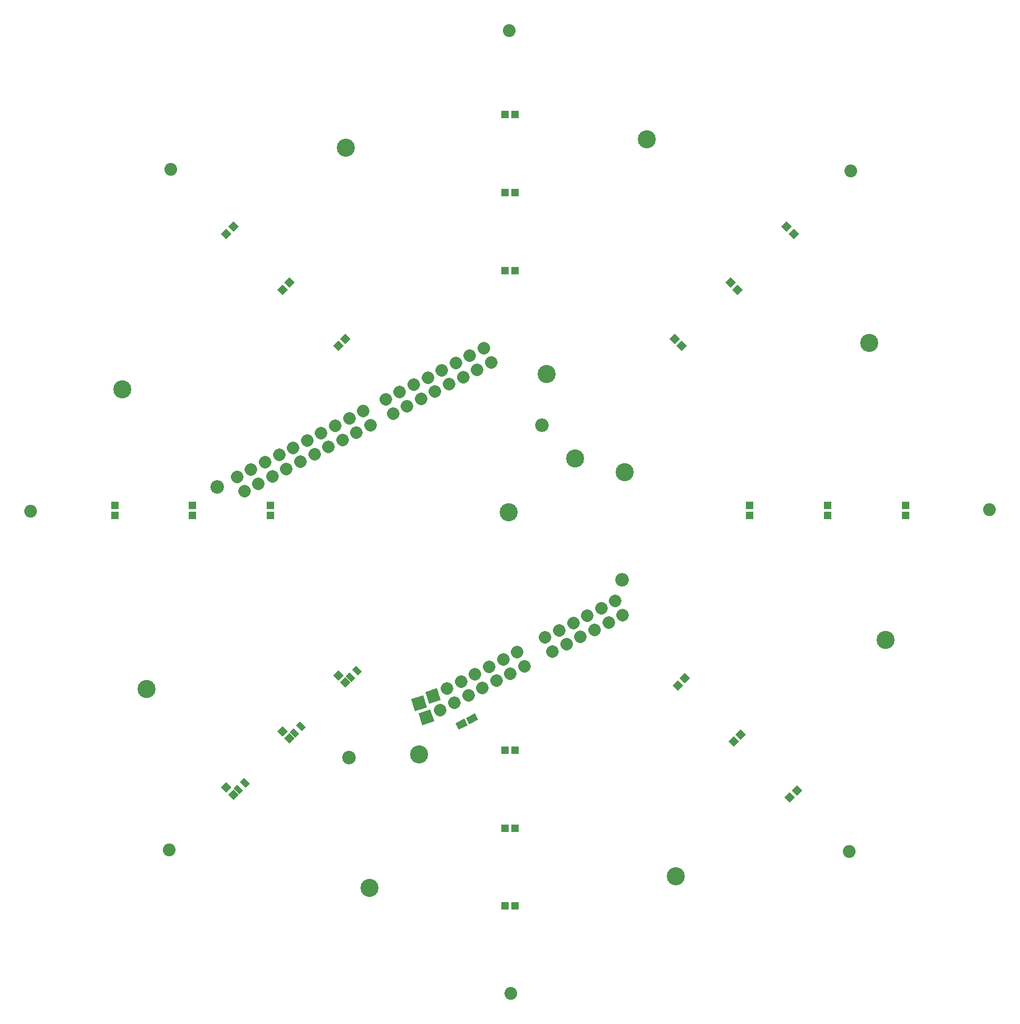
<source format=gbr>
G04 #@! TF.FileFunction,Soldermask,Bot*
%FSLAX46Y46*%
G04 Gerber Fmt 4.6, Leading zero omitted, Abs format (unit mm)*
G04 Created by KiCad (PCBNEW 4.0.7) date 03/16/18 10:32:41*
%MOMM*%
%LPD*%
G01*
G04 APERTURE LIST*
%ADD10C,0.100000*%
%ADD11C,2.899360*%
%ADD12C,2.050000*%
%ADD13C,2.000000*%
%ADD14C,2.180000*%
%ADD15R,1.200000X1.200000*%
G04 APERTURE END LIST*
D10*
D11*
X126756160Y-101818440D03*
X68630800Y-130175000D03*
X64688720Y-82115660D03*
X100599240Y-43340020D03*
X148960840Y-41917620D03*
X184724040Y-74632820D03*
X187360560Y-122326400D03*
X153619200Y-160223200D03*
X104444800Y-162052000D03*
X132836920Y-79636620D03*
X137439400Y-93167200D03*
D10*
G36*
X83486971Y-147043187D02*
X82567733Y-146123949D01*
X83204129Y-145487553D01*
X84123367Y-146406791D01*
X83486971Y-147043187D01*
X83486971Y-147043187D01*
G37*
G36*
X84547631Y-145982527D02*
X83628393Y-145063289D01*
X84264789Y-144426893D01*
X85184027Y-145346131D01*
X84547631Y-145982527D01*
X84547631Y-145982527D01*
G37*
G36*
X92483651Y-137990627D02*
X91564413Y-137071389D01*
X92200809Y-136434993D01*
X93120047Y-137354231D01*
X92483651Y-137990627D01*
X92483651Y-137990627D01*
G37*
G36*
X93544311Y-136929967D02*
X92625073Y-136010729D01*
X93261469Y-135374333D01*
X94180707Y-136293571D01*
X93544311Y-136929967D01*
X93544311Y-136929967D01*
G37*
G36*
X101536211Y-129049827D02*
X100616973Y-128130589D01*
X101253369Y-127494193D01*
X102172607Y-128413431D01*
X101536211Y-129049827D01*
X101536211Y-129049827D01*
G37*
G36*
X102596871Y-127989167D02*
X101677633Y-127069929D01*
X102314029Y-126433533D01*
X103233267Y-127352771D01*
X102596871Y-127989167D01*
X102596871Y-127989167D01*
G37*
G36*
X118732023Y-136704052D02*
X118209934Y-135679395D01*
X119635545Y-134953010D01*
X120157634Y-135977667D01*
X118732023Y-136704052D01*
X118732023Y-136704052D01*
G37*
G36*
X120424935Y-135841470D02*
X119902846Y-134816813D01*
X121328457Y-134090428D01*
X121850546Y-135115085D01*
X120424935Y-135841470D01*
X120424935Y-135841470D01*
G37*
D12*
X72274481Y-155959798D03*
X127105000Y-178995000D03*
X181725519Y-47040202D03*
X203995000Y-101395000D03*
X181459798Y-156225519D03*
X126895000Y-24505000D03*
X72540202Y-46774481D03*
X50005000Y-101605000D03*
D11*
X112395000Y-140703300D03*
X145440400Y-95389700D03*
D13*
X121726111Y-78920525D02*
X121726111Y-78920525D01*
X123979119Y-77747684D02*
X123979119Y-77747684D01*
X88835749Y-96042164D02*
X88835749Y-96042164D01*
X91088757Y-94869323D02*
X91088757Y-94869323D01*
X93341764Y-93696481D02*
X93341764Y-93696481D01*
X95594772Y-92523640D02*
X95594772Y-92523640D01*
X97847779Y-91350798D02*
X97847779Y-91350798D01*
X100100787Y-90177957D02*
X100100787Y-90177957D01*
X102353795Y-89005115D02*
X102353795Y-89005115D01*
X104606802Y-87832274D02*
X104606802Y-87832274D01*
X108208066Y-85957574D02*
X108208066Y-85957574D01*
X110461074Y-84784733D02*
X110461074Y-84784733D01*
X112714081Y-83611891D02*
X112714081Y-83611891D01*
X114967089Y-82439050D02*
X114967089Y-82439050D01*
X117220096Y-81266208D02*
X117220096Y-81266208D01*
X119473104Y-80093367D02*
X119473104Y-80093367D01*
X86582742Y-97215006D02*
X86582742Y-97215006D01*
X84329734Y-98387847D02*
X84329734Y-98387847D01*
X143917424Y-116048812D02*
X143917424Y-116048812D01*
X141664416Y-117221653D02*
X141664416Y-117221653D01*
X139411409Y-118394495D02*
X139411409Y-118394495D01*
X137158401Y-119567336D02*
X137158401Y-119567336D01*
X134905394Y-120740178D02*
X134905394Y-120740178D01*
X132652386Y-121913019D02*
X132652386Y-121913019D01*
X128146371Y-124258702D02*
X128146371Y-124258702D01*
X125893364Y-125431544D02*
X125893364Y-125431544D01*
X123640356Y-126604385D02*
X123640356Y-126604385D01*
X121387349Y-127777227D02*
X121387349Y-127777227D01*
X119134341Y-128950068D02*
X119134341Y-128950068D01*
X116881334Y-130122910D02*
X116881334Y-130122910D01*
D10*
G36*
X113373903Y-130642740D02*
X115281337Y-130041328D01*
X115882749Y-131948762D01*
X113975315Y-132550174D01*
X113373903Y-130642740D01*
X113373903Y-130642740D01*
G37*
G36*
X111120896Y-131815581D02*
X113028330Y-131214169D01*
X113629742Y-133121603D01*
X111722308Y-133723015D01*
X111120896Y-131815581D01*
X111120896Y-131815581D01*
G37*
D13*
X83156893Y-96134840D02*
X83156893Y-96134840D01*
X85409900Y-94961998D02*
X85409900Y-94961998D01*
D10*
G36*
X112293737Y-134068589D02*
X114201171Y-133467177D01*
X114802583Y-135374611D01*
X112895149Y-135976023D01*
X112293737Y-134068589D01*
X112293737Y-134068589D01*
G37*
D13*
X118300262Y-77840359D02*
X118300262Y-77840359D01*
X115801168Y-133548759D02*
X115801168Y-133548759D01*
X116047255Y-79013201D02*
X116047255Y-79013201D01*
X118054175Y-132375917D02*
X118054175Y-132375917D01*
X113794247Y-80186042D02*
X113794247Y-80186042D01*
X120307183Y-131203076D02*
X120307183Y-131203076D01*
X111541240Y-81358884D02*
X111541240Y-81358884D01*
X122560190Y-130030234D02*
X122560190Y-130030234D01*
X109288232Y-82531725D02*
X109288232Y-82531725D01*
X124813198Y-128857393D02*
X124813198Y-128857393D01*
X107035225Y-83704567D02*
X107035225Y-83704567D01*
X127066205Y-127684551D02*
X127066205Y-127684551D01*
X103433961Y-85579266D02*
X103433961Y-85579266D01*
X129319213Y-126511710D02*
X129319213Y-126511710D01*
X101180953Y-86752108D02*
X101180953Y-86752108D01*
X133825228Y-124166027D02*
X133825228Y-124166027D01*
X98927946Y-87924949D02*
X98927946Y-87924949D01*
X136078235Y-122993185D02*
X136078235Y-122993185D01*
X96674938Y-89097791D02*
X96674938Y-89097791D01*
X138331243Y-121820344D02*
X138331243Y-121820344D01*
X94421930Y-90270632D02*
X94421930Y-90270632D01*
X140584250Y-120647502D02*
X140584250Y-120647502D01*
X92168923Y-91443474D02*
X92168923Y-91443474D01*
X142837258Y-119474661D02*
X142837258Y-119474661D01*
X89915915Y-92616315D02*
X89915915Y-92616315D01*
X145090265Y-118301819D02*
X145090265Y-118301819D01*
X87662908Y-93789157D02*
X87662908Y-93789157D01*
X122806277Y-75494677D02*
X122806277Y-75494677D01*
X120553270Y-76667518D02*
X120553270Y-76667518D01*
D14*
X101156619Y-141172228D03*
X79999134Y-97778665D03*
X132096334Y-87839880D03*
X144997590Y-112622963D03*
D10*
G36*
X101414213Y-129065685D02*
X100565685Y-129914213D01*
X99717157Y-129065685D01*
X100565685Y-128217157D01*
X101414213Y-129065685D01*
X101414213Y-129065685D01*
G37*
G36*
X100282843Y-127934315D02*
X99434315Y-128782843D01*
X98585787Y-127934315D01*
X99434315Y-127085787D01*
X100282843Y-127934315D01*
X100282843Y-127934315D01*
G37*
D15*
X127800000Y-140000000D03*
X126200000Y-140000000D03*
D10*
G36*
X155065685Y-127585787D02*
X155914213Y-128434315D01*
X155065685Y-129282843D01*
X154217157Y-128434315D01*
X155065685Y-127585787D01*
X155065685Y-127585787D01*
G37*
G36*
X153934315Y-128717157D02*
X154782843Y-129565685D01*
X153934315Y-130414213D01*
X153085787Y-129565685D01*
X153934315Y-128717157D01*
X153934315Y-128717157D01*
G37*
D15*
X165500000Y-100700000D03*
X165500000Y-102300000D03*
D10*
G36*
X92414213Y-138065685D02*
X91565685Y-138914213D01*
X90717157Y-138065685D01*
X91565685Y-137217157D01*
X92414213Y-138065685D01*
X92414213Y-138065685D01*
G37*
G36*
X91282843Y-136934315D02*
X90434315Y-137782843D01*
X89585787Y-136934315D01*
X90434315Y-136085787D01*
X91282843Y-136934315D01*
X91282843Y-136934315D01*
G37*
D15*
X127800000Y-152500000D03*
X126200000Y-152500000D03*
D10*
G36*
X164065685Y-136585787D02*
X164914213Y-137434315D01*
X164065685Y-138282843D01*
X163217157Y-137434315D01*
X164065685Y-136585787D01*
X164065685Y-136585787D01*
G37*
G36*
X162934315Y-137717157D02*
X163782843Y-138565685D01*
X162934315Y-139414213D01*
X162085787Y-138565685D01*
X162934315Y-137717157D01*
X162934315Y-137717157D01*
G37*
D15*
X178000000Y-100700000D03*
X178000000Y-102300000D03*
D10*
G36*
X83414213Y-147065685D02*
X82565685Y-147914213D01*
X81717157Y-147065685D01*
X82565685Y-146217157D01*
X83414213Y-147065685D01*
X83414213Y-147065685D01*
G37*
G36*
X82282843Y-145934315D02*
X81434315Y-146782843D01*
X80585787Y-145934315D01*
X81434315Y-145085787D01*
X82282843Y-145934315D01*
X82282843Y-145934315D01*
G37*
D15*
X127800000Y-165000000D03*
X126200000Y-165000000D03*
D10*
G36*
X173065685Y-145585787D02*
X173914213Y-146434315D01*
X173065685Y-147282843D01*
X172217157Y-146434315D01*
X173065685Y-145585787D01*
X173065685Y-145585787D01*
G37*
G36*
X171934315Y-146717157D02*
X172782843Y-147565685D01*
X171934315Y-148414213D01*
X171085787Y-147565685D01*
X171934315Y-146717157D01*
X171934315Y-146717157D01*
G37*
D15*
X190500000Y-100700000D03*
X190500000Y-102300000D03*
D10*
G36*
X152585787Y-73934315D02*
X153434315Y-73085787D01*
X154282843Y-73934315D01*
X153434315Y-74782843D01*
X152585787Y-73934315D01*
X152585787Y-73934315D01*
G37*
G36*
X153717157Y-75065685D02*
X154565685Y-74217157D01*
X155414213Y-75065685D01*
X154565685Y-75914213D01*
X153717157Y-75065685D01*
X153717157Y-75065685D01*
G37*
D15*
X126200000Y-63000000D03*
X127800000Y-63000000D03*
D10*
G36*
X99434315Y-75914213D02*
X98585787Y-75065685D01*
X99434315Y-74217157D01*
X100282843Y-75065685D01*
X99434315Y-75914213D01*
X99434315Y-75914213D01*
G37*
G36*
X100565685Y-74782843D02*
X99717157Y-73934315D01*
X100565685Y-73085787D01*
X101414213Y-73934315D01*
X100565685Y-74782843D01*
X100565685Y-74782843D01*
G37*
D15*
X88500000Y-102300000D03*
X88500000Y-100700000D03*
D10*
G36*
X161585787Y-64934315D02*
X162434315Y-64085787D01*
X163282843Y-64934315D01*
X162434315Y-65782843D01*
X161585787Y-64934315D01*
X161585787Y-64934315D01*
G37*
G36*
X162717157Y-66065685D02*
X163565685Y-65217157D01*
X164414213Y-66065685D01*
X163565685Y-66914213D01*
X162717157Y-66065685D01*
X162717157Y-66065685D01*
G37*
D15*
X126200000Y-50500000D03*
X127800000Y-50500000D03*
D10*
G36*
X90434315Y-66914213D02*
X89585787Y-66065685D01*
X90434315Y-65217157D01*
X91282843Y-66065685D01*
X90434315Y-66914213D01*
X90434315Y-66914213D01*
G37*
G36*
X91565685Y-65782843D02*
X90717157Y-64934315D01*
X91565685Y-64085787D01*
X92414213Y-64934315D01*
X91565685Y-65782843D01*
X91565685Y-65782843D01*
G37*
D15*
X76000000Y-102300000D03*
X76000000Y-100700000D03*
D10*
G36*
X170585787Y-55934315D02*
X171434315Y-55085787D01*
X172282843Y-55934315D01*
X171434315Y-56782843D01*
X170585787Y-55934315D01*
X170585787Y-55934315D01*
G37*
G36*
X171717157Y-57065685D02*
X172565685Y-56217157D01*
X173414213Y-57065685D01*
X172565685Y-57914213D01*
X171717157Y-57065685D01*
X171717157Y-57065685D01*
G37*
D15*
X126200000Y-38000000D03*
X127800000Y-38000000D03*
D10*
G36*
X81434315Y-57914213D02*
X80585787Y-57065685D01*
X81434315Y-56217157D01*
X82282843Y-57065685D01*
X81434315Y-57914213D01*
X81434315Y-57914213D01*
G37*
G36*
X82565685Y-56782843D02*
X81717157Y-55934315D01*
X82565685Y-55085787D01*
X83414213Y-55934315D01*
X82565685Y-56782843D01*
X82565685Y-56782843D01*
G37*
D15*
X63500000Y-102300000D03*
X63500000Y-100700000D03*
M02*

</source>
